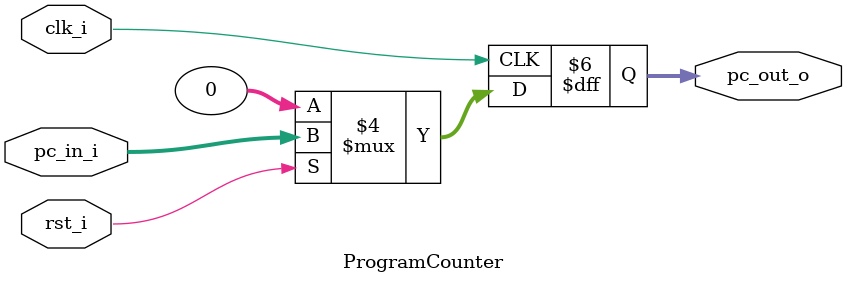
<source format=v>

module ProgramCounter(
    clk_i,
	rst_i,
	pc_in_i,
	pc_out_o
	);
     
//I/O ports
input           clk_i;
input	        rst_i;
input  [32-1:0] pc_in_i;
output [32-1:0] pc_out_o;
 
//Internal Signals
reg    [32-1:0] pc_out_o;
 
//Parameter

    
//Main function
always @(posedge clk_i) begin
    if(~rst_i)
	    pc_out_o <= 0;
	else
	    pc_out_o <= pc_in_i;
end

endmodule



                    
                    
</source>
